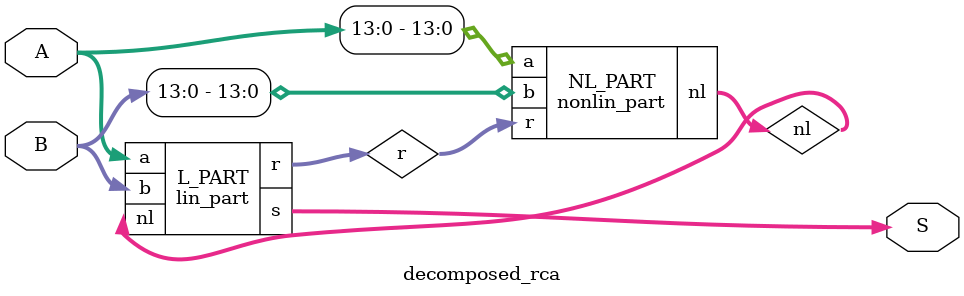
<source format=v>


module nonlin_part ( a, b, r, nl );
  input [13:0] a;
  input [13:0] b;
  input [11:0] r;
  output [39:0] nl;


  AN2D0 U1 ( .A1(r[1]), .A2(b[3]), .Z(nl[9]) );
  AN2D0 U2 ( .A1(a[3]), .A2(r[1]), .Z(nl[8]) );
  AN2D0 U3 ( .A1(a[3]), .A2(b[3]), .Z(nl[7]) );
  AN2D0 U4 ( .A1(r[0]), .A2(b[2]), .Z(nl[6]) );
  AN2D0 U5 ( .A1(a[2]), .A2(r[0]), .Z(nl[5]) );
  AN2D0 U6 ( .A1(a[2]), .A2(b[2]), .Z(nl[4]) );
  AN2D0 U7 ( .A1(b[1]), .A2(nl[0]), .Z(nl[3]) );
  AN2D0 U8 ( .A1(r[11]), .A2(b[13]), .Z(nl[39]) );
  AN2D0 U9 ( .A1(a[13]), .A2(r[11]), .Z(nl[38]) );
  AN2D0 U10 ( .A1(a[13]), .A2(b[13]), .Z(nl[37]) );
  AN2D0 U11 ( .A1(r[10]), .A2(b[12]), .Z(nl[36]) );
  AN2D0 U12 ( .A1(a[12]), .A2(r[10]), .Z(nl[35]) );
  AN2D0 U13 ( .A1(a[12]), .A2(b[12]), .Z(nl[34]) );
  AN2D0 U14 ( .A1(r[9]), .A2(b[11]), .Z(nl[33]) );
  AN2D0 U15 ( .A1(a[11]), .A2(r[9]), .Z(nl[32]) );
  AN2D0 U16 ( .A1(a[11]), .A2(b[11]), .Z(nl[31]) );
  AN2D0 U17 ( .A1(r[8]), .A2(b[10]), .Z(nl[30]) );
  AN2D0 U18 ( .A1(a[1]), .A2(nl[0]), .Z(nl[2]) );
  AN2D0 U19 ( .A1(a[10]), .A2(r[8]), .Z(nl[29]) );
  AN2D0 U20 ( .A1(a[10]), .A2(b[10]), .Z(nl[28]) );
  AN2D0 U21 ( .A1(r[7]), .A2(b[9]), .Z(nl[27]) );
  AN2D0 U22 ( .A1(a[9]), .A2(r[7]), .Z(nl[26]) );
  AN2D0 U23 ( .A1(a[9]), .A2(b[9]), .Z(nl[25]) );
  AN2D0 U24 ( .A1(r[6]), .A2(b[8]), .Z(nl[24]) );
  AN2D0 U25 ( .A1(a[8]), .A2(r[6]), .Z(nl[23]) );
  AN2D0 U26 ( .A1(a[8]), .A2(b[8]), .Z(nl[22]) );
  AN2D0 U27 ( .A1(r[5]), .A2(b[7]), .Z(nl[21]) );
  AN2D0 U28 ( .A1(a[7]), .A2(r[5]), .Z(nl[20]) );
  AN2D0 U29 ( .A1(a[1]), .A2(b[1]), .Z(nl[1]) );
  AN2D0 U30 ( .A1(a[7]), .A2(b[7]), .Z(nl[19]) );
  AN2D0 U31 ( .A1(r[4]), .A2(b[6]), .Z(nl[18]) );
  AN2D0 U32 ( .A1(a[6]), .A2(r[4]), .Z(nl[17]) );
  AN2D0 U33 ( .A1(a[6]), .A2(b[6]), .Z(nl[16]) );
  AN2D0 U34 ( .A1(r[3]), .A2(b[5]), .Z(nl[15]) );
  AN2D0 U35 ( .A1(a[5]), .A2(r[3]), .Z(nl[14]) );
  AN2D0 U36 ( .A1(a[5]), .A2(b[5]), .Z(nl[13]) );
  AN2D0 U37 ( .A1(r[2]), .A2(b[4]), .Z(nl[12]) );
  AN2D0 U38 ( .A1(a[4]), .A2(r[2]), .Z(nl[11]) );
  AN2D0 U39 ( .A1(a[4]), .A2(b[4]), .Z(nl[10]) );
  AN2D0 U40 ( .A1(b[0]), .A2(a[0]), .Z(nl[0]) );
endmodule


module lin_part ( a, b, nl, s, r );
  input [14:0] a;
  input [14:0] b;
  input [39:0] nl;
  output [14:0] s;
  output [11:0] r;
  wire   n1;

  XOR3D0 U1 ( .A1(b[9]), .A2(a[9]), .A3(r[7]), .Z(s[9]) );
  XOR3D0 U2 ( .A1(b[8]), .A2(a[8]), .A3(r[6]), .Z(s[8]) );
  XOR3D0 U3 ( .A1(b[7]), .A2(a[7]), .A3(r[5]), .Z(s[7]) );
  XOR3D0 U4 ( .A1(b[6]), .A2(a[6]), .A3(r[4]), .Z(s[6]) );
  XOR3D0 U5 ( .A1(b[5]), .A2(a[5]), .A3(r[3]), .Z(s[5]) );
  XOR3D0 U6 ( .A1(b[4]), .A2(a[4]), .A3(r[2]), .Z(s[4]) );
  XOR3D0 U7 ( .A1(b[3]), .A2(a[3]), .A3(r[1]), .Z(s[3]) );
  XOR3D0 U8 ( .A1(b[2]), .A2(a[2]), .A3(r[0]), .Z(s[2]) );
  XOR3D0 U9 ( .A1(nl[0]), .A2(b[1]), .A3(a[1]), .Z(s[1]) );
  XOR3D0 U10 ( .A1(b[14]), .A2(a[14]), .A3(n1), .Z(s[14]) );
  XOR3D0 U11 ( .A1(nl[39]), .A2(nl[38]), .A3(nl[37]), .Z(n1) );
  XOR3D0 U12 ( .A1(b[13]), .A2(a[13]), .A3(r[11]), .Z(s[13]) );
  XOR3D0 U13 ( .A1(b[12]), .A2(a[12]), .A3(r[10]), .Z(s[12]) );
  XOR3D0 U14 ( .A1(b[11]), .A2(a[11]), .A3(r[9]), .Z(s[11]) );
  XOR3D0 U15 ( .A1(b[10]), .A2(a[10]), .A3(r[8]), .Z(s[10]) );
  XOR2D0 U16 ( .A1(b[0]), .A2(a[0]), .Z(s[0]) );
  XOR3D0 U17 ( .A1(nl[30]), .A2(nl[29]), .A3(nl[28]), .Z(r[9]) );
  XOR3D0 U18 ( .A1(nl[27]), .A2(nl[26]), .A3(nl[25]), .Z(r[8]) );
  XOR3D0 U19 ( .A1(nl[24]), .A2(nl[23]), .A3(nl[22]), .Z(r[7]) );
  XOR3D0 U20 ( .A1(nl[21]), .A2(nl[20]), .A3(nl[19]), .Z(r[6]) );
  XOR3D0 U21 ( .A1(nl[18]), .A2(nl[17]), .A3(nl[16]), .Z(r[5]) );
  XOR3D0 U22 ( .A1(nl[15]), .A2(nl[14]), .A3(nl[13]), .Z(r[4]) );
  XOR3D0 U23 ( .A1(nl[12]), .A2(nl[11]), .A3(nl[10]), .Z(r[3]) );
  XOR3D0 U24 ( .A1(nl[9]), .A2(nl[8]), .A3(nl[7]), .Z(r[2]) );
  XOR3D0 U25 ( .A1(nl[6]), .A2(nl[5]), .A3(nl[4]), .Z(r[1]) );
  XOR3D0 U26 ( .A1(nl[36]), .A2(nl[35]), .A3(nl[34]), .Z(r[11]) );
  XOR3D0 U27 ( .A1(nl[33]), .A2(nl[32]), .A3(nl[31]), .Z(r[10]) );
  XOR3D0 U28 ( .A1(nl[3]), .A2(nl[2]), .A3(nl[1]), .Z(r[0]) );
endmodule


module decomposed_rca ( A, B, S );
  input [14:0] A;
  input [14:0] B;
  output [14:0] S;

  wire   [11:0] r;
  wire   [39:0] nl;

  nonlin_part NL_PART ( .a(A[13:0]), .b(B[13:0]), .r(r), .nl(nl) );
  lin_part L_PART ( .a(A), .b(B), .nl(nl), .s(S), .r(r) );
endmodule


</source>
